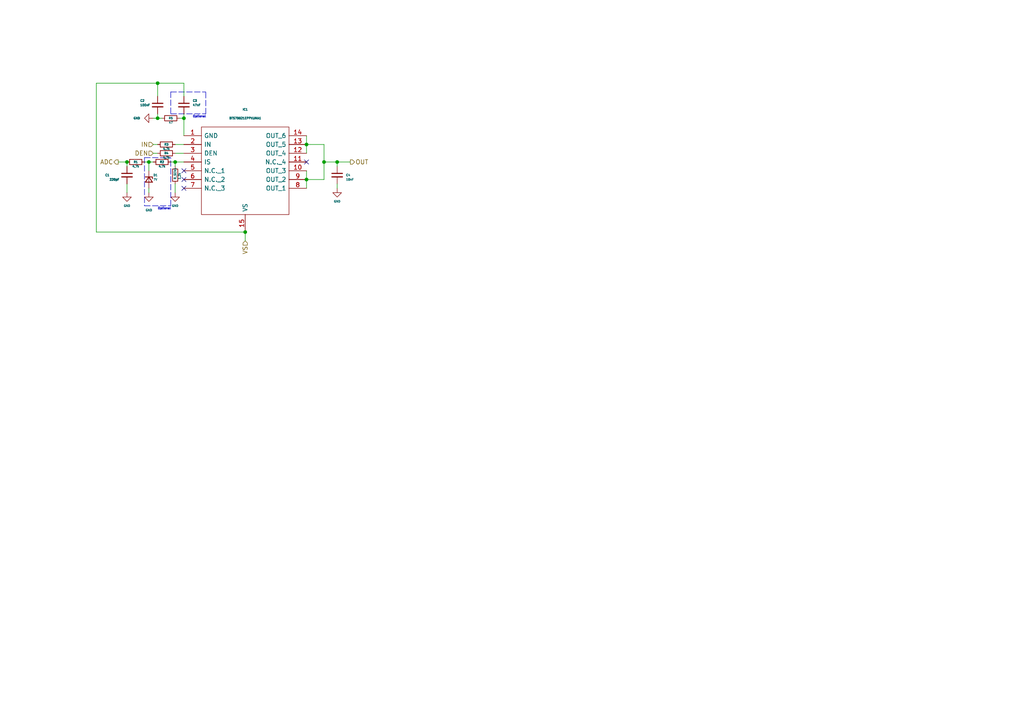
<source format=kicad_sch>
(kicad_sch (version 20211123) (generator eeschema)
  (paper "A4")
  (lib_symbols
    (symbol "Device:C_Small" (pin_numbers hide) (pin_names (offset 0.254) hide)
      (property "Reference" "C" (at 0.254 1.778 0))
      (property "Value" "C_Small" (at 0.254 -2.032 0))
      (symbol "C_Small_0_1"
        (polyline (pts (xy -1.524 -0.508) (xy 1.524 -0.508)) (stroke (width 0.3302)))
        (polyline (pts (xy -1.524 0.508) (xy 1.524 0.508)) (stroke (width 0.3048)))
      )
      (symbol "C_Small_1_1"
        (pin passive line (at 0 2.54 270) (length 2.032) (name "~") (number "1"))
        (pin passive line (at 0 -2.54 90) (length 2.032) (name "~") (number "2"))
      )
    )
    (symbol "Device:D_Zener_Small" (pin_numbers hide) (pin_names (offset 0.254) hide)
      (property "Reference" "D" (at 0 2.286 0))
      (property "Value" "D_Zener_Small" (at 0 -2.286 0))
      (symbol "D_Zener_Small_0_1"
        (polyline (pts (xy 0.762 0) (xy -0.762 0)))
        (polyline (pts (xy -0.254 1.016) (xy -0.762 1.016) (xy -0.762 -1.016)) (stroke (width 0.254)))
        (polyline (pts (xy 0.762 1.016) (xy -0.762 0) (xy 0.762 -1.016) (xy 0.762 1.016)) (stroke (width 0.254)))
      )
      (symbol "D_Zener_Small_1_1"
        (pin passive line (at -2.54 0 0) (length 1.778) (name "K") (number "1"))
        (pin passive line (at 2.54 0 180) (length 1.778) (name "A") (number "2"))
      )
    )
    (symbol "Device:R_Small" (pin_numbers hide) (pin_names (offset 0.254) hide)
      (property "Reference" "R" (at 0.762 0.508 0))
      (property "Value" "R_Small" (at 0.762 -1.016 0))
      (symbol "R_Small_0_1"
        (rectangle (start -0.762 1.778) (end 0.762 -1.778) (stroke (width 0.2032)))
      )
      (symbol "R_Small_1_1"
        (pin passive line (at 0 2.54 270) (length 0.762) (name "~") (number "1"))
        (pin passive line (at 0 -2.54 90) (length 0.762) (name "~") (number "2"))
      )
    )
    (symbol "PDM_additional:BTS70021EPPXUMA1" (pin_names (offset 0.762))
      (property "Reference" "IC" (at 31.75 7.62 0))
      (property "Value" "BTS70021EPPXUMA1" (at 31.75 5.08 0))
      (symbol "BTS70021EPPXUMA1_0_0"
        (pin passive line (at 0 0 0) (length 5.08) (name "GND") (number "1"))
        (pin passive line (at 35.56 -10.16 180) (length 5.08) (name "OUT_3") (number "10"))
        (pin passive line (at 35.56 -7.62 180) (length 5.08) (name "N.C._4") (number "11"))
        (pin passive line (at 35.56 -5.08 180) (length 5.08) (name "OUT_4") (number "12"))
        (pin passive line (at 35.56 -2.54 180) (length 5.08) (name "OUT_5") (number "13"))
        (pin passive line (at 35.56 0 180) (length 5.08) (name "OUT_6") (number "14"))
        (pin passive line (at 17.78 -27.94 90) (length 5.08) (name "VS") (number "15"))
        (pin passive line (at 0 -2.54 0) (length 5.08) (name "IN") (number "2"))
        (pin passive line (at 0 -5.08 0) (length 5.08) (name "DEN") (number "3"))
        (pin passive line (at 0 -7.62 0) (length 5.08) (name "IS") (number "4"))
        (pin passive line (at 0 -10.16 0) (length 5.08) (name "N.C._1") (number "5"))
        (pin passive line (at 0 -12.7 0) (length 5.08) (name "N.C._2") (number "6"))
        (pin passive line (at 0 -15.24 0) (length 5.08) (name "N.C._3") (number "7"))
        (pin passive line (at 35.56 -15.24 180) (length 5.08) (name "OUT_1") (number "8"))
        (pin passive line (at 35.56 -12.7 180) (length 5.08) (name "OUT_2") (number "9"))
      )
      (symbol "BTS70021EPPXUMA1_0_1"
        (polyline (pts (xy 5.08 2.54) (xy 30.48 2.54) (xy 30.48 -22.86) (xy 5.08 -22.86) (xy 5.08 2.54)) (stroke (width 0.1524)))
      )
    )
    (symbol "power:GND" (power) (pin_names (offset 0))
      (property "Value" "GND" (at 0 -3.81 0))
      (symbol "GND_0_1"
        (polyline (pts (xy 0 0) (xy 0 -1.27) (xy 1.27 -1.27) (xy 0 -2.54) (xy -1.27 -1.27) (xy 0 -1.27)))
      )
      (symbol "GND_1_1"
        (pin power_in line (at 0 0 270) (length 0) hide (name "GND") (number "1"))
      )
    )
  )
  (junction (at 36.83 46.99))
  (junction (at 71.12 67.31))
  (junction (at 88.9 52.07))
  (junction (at 97.79 46.99))
  (junction (at 43.18 46.99))
  (junction (at 53.34 34.29))
  (junction (at 45.72 24.13))
  (junction (at 50.8 46.99))
  (junction (at 45.72 34.29))
  (junction (at 93.98 46.99))
  (junction (at 88.9 41.91))
  (no_connect (at 53.34 54.61))
  (no_connect (at 53.34 49.53))
  (no_connect (at 53.34 52.07))
  (no_connect (at 88.9 46.99))
  (wire (pts (xy 93.98 46.99) (xy 93.98 41.91)))
  (wire (pts (xy 53.34 34.29) (xy 52.07 34.29)))
  (wire (pts (xy 88.9 52.07) (xy 93.98 52.07)))
  (wire (pts (xy 44.45 44.45) (xy 45.72 44.45)))
  (wire (pts (xy 50.8 44.45) (xy 53.34 44.45)))
  (wire (pts (xy 41.91 46.99) (xy 43.18 46.99)))
  (wire (pts (xy 88.9 39.37) (xy 88.9 41.91)))
  (polyline (pts (xy 41.91 45.72) (xy 41.91 59.69)))
  (wire (pts (xy 45.72 33.02) (xy 45.72 34.29)))
  (wire (pts (xy 50.8 46.99) (xy 50.8 48.26)))
  (polyline (pts (xy 41.91 45.72) (xy 49.53 45.72)))
  (wire (pts (xy 71.12 67.31) (xy 71.12 69.85)))
  (polyline (pts (xy 49.53 59.69) (xy 49.53 45.72)))
  (wire (pts (xy 43.18 46.99) (xy 44.45 46.99)))
  (wire (pts (xy 93.98 52.07) (xy 93.98 46.99)))
  (wire (pts (xy 49.53 46.99) (xy 50.8 46.99)))
  (wire (pts (xy 43.18 54.61) (xy 43.18 55.88)))
  (wire (pts (xy 27.94 67.31) (xy 27.94 24.13)))
  (wire (pts (xy 36.83 53.34) (xy 36.83 55.88)))
  (wire (pts (xy 53.34 27.94) (xy 53.34 24.13)))
  (wire (pts (xy 88.9 41.91) (xy 88.9 44.45)))
  (wire (pts (xy 71.12 67.31) (xy 27.94 67.31)))
  (polyline (pts (xy 41.91 59.69) (xy 49.53 59.69)))
  (wire (pts (xy 53.34 39.37) (xy 53.34 34.29)))
  (wire (pts (xy 93.98 41.91) (xy 88.9 41.91)))
  (wire (pts (xy 53.34 24.13) (xy 45.72 24.13)))
  (wire (pts (xy 43.18 46.99) (xy 43.18 49.53)))
  (polyline (pts (xy 49.53 26.67) (xy 49.53 33.02)))
  (polyline (pts (xy 49.53 26.67) (xy 59.69 26.67)))
  (wire (pts (xy 44.45 34.29) (xy 45.72 34.29)))
  (wire (pts (xy 97.79 46.99) (xy 101.6 46.99)))
  (polyline (pts (xy 49.53 33.02) (xy 59.69 33.02)))
  (wire (pts (xy 34.29 46.99) (xy 36.83 46.99)))
  (wire (pts (xy 45.72 24.13) (xy 45.72 27.94)))
  (wire (pts (xy 50.8 41.91) (xy 53.34 41.91)))
  (wire (pts (xy 97.79 46.99) (xy 97.79 48.26)))
  (wire (pts (xy 50.8 46.99) (xy 53.34 46.99)))
  (wire (pts (xy 93.98 46.99) (xy 97.79 46.99)))
  (wire (pts (xy 88.9 52.07) (xy 88.9 54.61)))
  (wire (pts (xy 88.9 49.53) (xy 88.9 52.07)))
  (wire (pts (xy 97.79 53.34) (xy 97.79 54.61)))
  (wire (pts (xy 45.72 34.29) (xy 46.99 34.29)))
  (wire (pts (xy 50.8 53.34) (xy 50.8 55.88)))
  (wire (pts (xy 27.94 24.13) (xy 45.72 24.13)))
  (wire (pts (xy 53.34 33.02) (xy 53.34 34.29)))
  (wire (pts (xy 36.83 48.26) (xy 36.83 46.99)))
  (polyline (pts (xy 59.69 33.02) (xy 59.69 26.67)))
  (wire (pts (xy 44.45 41.91) (xy 45.72 41.91)))
  (text "Optional" (at 45.72 60.96 0) (effects (font (size 0.6 0.6)) (justify left bottom)))
  (text "Optional" (at 55.88 34.29 0) (effects (font (size 0.6 0.6)) (justify left bottom)))
  (hierarchical_label "DEN" (shape input) (at 44.45 44.45 180))
  (hierarchical_label "OUT" (shape output) (at 101.6 46.99 0))
  (hierarchical_label "VS" (shape input) (at 71.12 69.85 270))
  (hierarchical_label "IN" (shape input) (at 44.45 41.91 180))
  (hierarchical_label "ADC" (shape output) (at 34.29 46.99 180))
  (symbol (lib_id "Device:C_Small") (at 97.79 50.8 0) (unit 1)
    (property "Reference" "C4" (at 100.33 50.8 0) (effects (font (size 0.6 0.6)) (justify left)))
    (property "Value" "10nF" (at 100.33 52.0762 0) (effects (font (size 0.6 0.6)) (justify left)))
    (property "Footprint" "Capacitor_SMD:C_0402_1005Metric" (effects hide))
  )
  (symbol (lib_id "Device:R_Small") (at 48.26 44.45 90) (unit 1)
    (property "Reference" "R4" (at 48.26 44.45 90) (effects (font (size 0.6 0.6))))
    (property "Value" "4.7k" (at 48.26 45.72 90) (effects (font (size 0.6 0.6))))
    (property "Footprint" "Resistor_SMD:R_0402_1005Metric" (effects hide))
  )
  (symbol (lib_id "Device:D_Zener_Small") (at 43.18 52.07 270) (unit 1)
    (property "Reference" "D1" (at 44.45 50.8 90) (effects (font (size 0.6 0.6)) (justify left)))
    (property "Value" "7V" (at 44.45 52.07 90) (effects (font (size 0.6 0.6)) (justify left)))
    (property "Footprint" "Diode_SMD:D_0805_2012Metric" (effects hide))
  )
  (symbol (lib_id "power:GND") (at 44.45 34.29 270) (unit 1)
    (property "Reference" "#PWR03" (effects hide))
    (property "Value" "GND" (at 40.64 34.2899 90) (effects (font (size 0.6 0.6)) (justify right)))
  )
  (symbol (lib_id "Device:R_Small") (at 39.37 46.99 270) (unit 1)
    (property "Reference" "R1" (at 39.37 46.99 90) (effects (font (size 0.6 0.6))))
    (property "Value" "4,7k" (at 39.37 48.26 90) (effects (font (size 0.6 0.6))))
    (property "Footprint" "Resistor_SMD:R_0402_1005Metric" (effects hide))
  )
  (symbol (lib_id "Device:R_Small") (at 50.8 50.8 0) (unit 1)
    (property "Reference" "R_SEN1" (at 50.8 52.07 90) (effects (font (size 0.6 0.6)) (justify left)))
    (property "Value" "1.2k" (at 52.07 52.07 90) (effects (font (size 0.6 0.6)) (justify left)))
    (property "Footprint" "Resistor_SMD:R_0402_1005Metric" (effects hide))
  )
  (symbol (lib_id "Device:C_Small") (at 45.72 30.48 0) (unit 1)
    (property "Reference" "C2" (at 40.64 29.21 0) (effects (font (size 0.6 0.6)) (justify left)))
    (property "Value" "100nF" (at 40.64 30.48 0) (effects (font (size 0.6 0.6)) (justify left)))
    (property "Footprint" "Capacitor_SMD:C_0805_2012Metric" (effects hide))
  )
  (symbol (lib_id "power:GND") (at 43.18 55.88 0) (unit 1)
    (property "Reference" "#PWR02" (effects hide))
    (property "Value" "GND" (at 43.18 60.96 0) (effects (font (size 0.6 0.6))))
  )
  (symbol (lib_id "PDM_additional:BTS70021EPPXUMA1") (at 53.34 39.37 0) (unit 1)
    (property "Reference" "IC1" (at 71.12 31.75 0) (effects (font (size 0.6 0.6))))
    (property "Value" "BTS70021EPPXUMA1" (at 71.12 34.29 0) (effects (font (size 0.6 0.6))))
    (property "Footprint" "PDM_Additional:SOP65P600X115-15N" (effects hide))
    (property "Datasheet" "https://datasheet.datasheetarchive.com/originals/distributors/Datasheets_SAMA/17c904b4a086355fda7a094a57b340b7.pdf" (effects hide))
    (property "Description" "INFINEON - BTS70021EPPXUMA1 - Power Load Distribution Switch AEC-Q100, High Side, Active High, 13.5V, 133A, 2.6mohm, TSDSO-14" (effects hide))
    (property "Height" "1.15" (effects hide))
    (property "Manufacturer_Name" "Infineon" (effects hide))
    (property "Manufacturer_Part_Number" "BTS70021EPPXUMA1" (effects hide))
    (property "Mouser Part Number" "726-BTS70021EPPXUMA1" (effects hide))
    (property "Mouser Price/Stock" "https://www.mouser.co.uk/ProductDetail/Infineon-Technologies/BTS70021EPPXUMA1?qs=qSfuJ%252Bfl%2Fd4cKoHb1mP5aw%3D%3D" (effects hide))
    (property "Arrow Part Number" "BTS70021EPPXUMA1" (effects hide))
    (property "Arrow Price/Stock" "https://www.arrow.com/en/products/bts70021eppxuma1/infineon-technologies-ag?region=nac" (effects hide))
  )
  (symbol (lib_id "Device:C_Small") (at 53.34 30.48 0) (unit 1)
    (property "Reference" "C3" (at 55.88 29.21 0) (effects (font (size 0.6 0.6)) (justify left)))
    (property "Value" "47nF" (at 55.88 30.48 0) (effects (font (size 0.6 0.6)) (justify left)))
    (property "Footprint" "Capacitor_SMD:C_0402_1005Metric" (effects hide))
  )
  (symbol (lib_id "Device:R_Small") (at 48.26 41.91 90) (unit 1)
    (property "Reference" "R3" (at 48.26 41.91 90) (effects (font (size 0.6 0.6))))
    (property "Value" "4.7k" (at 48.26 43.18 90) (effects (font (size 0.6 0.6))))
    (property "Footprint" "Resistor_SMD:R_0402_1005Metric" (effects hide))
  )
  (symbol (lib_id "power:GND") (at 97.79 54.61 0) (unit 1)
    (property "Reference" "#PWR05" (effects hide))
    (property "Value" "GND" (at 97.79 58.42 0) (effects (font (size 0.6 0.6))))
  )
  (symbol (lib_id "Device:R_Small") (at 49.53 34.29 90) (unit 1)
    (property "Reference" "R5" (at 49.53 34.29 90) (effects (font (size 0.6 0.6))))
    (property "Value" "47" (at 49.53 35.56 90) (effects (font (size 0.6 0.6))))
    (property "Footprint" "Resistor_SMD:R_0402_1005Metric" (effects hide))
  )
  (symbol (lib_id "power:GND") (at 50.8 55.88 0) (unit 1)
    (property "Reference" "#PWR04" (effects hide))
    (property "Value" "GND" (at 50.8 59.69 0) (effects (font (size 0.6 0.6))))
  )
  (symbol (lib_id "Device:C_Small") (at 36.83 50.8 0) (unit 1)
    (property "Reference" "C1" (at 30.48 50.8 0) (effects (font (size 0.6 0.6)) (justify left)))
    (property "Value" "220pF" (at 31.75 52.07 0) (effects (font (size 0.6 0.6)) (justify left)))
    (property "Footprint" "Capacitor_SMD:C_0402_1005Metric" (effects hide))
  )
  (symbol (lib_id "power:GND") (at 36.83 55.88 0) (unit 1)
    (property "Reference" "#PWR01" (effects hide))
    (property "Value" "GND" (at 36.83 59.69 0) (effects (font (size 0.6 0.6))))
  )
  (symbol (lib_id "Device:R_Small") (at 46.99 46.99 90) (unit 1)
    (property "Reference" "R2" (at 46.99 46.99 90) (effects (font (size 0.6 0.6))))
    (property "Value" "4.7k" (at 46.99 48.26 90) (effects (font (size 0.6 0.6))))
    (property "Footprint" "Resistor_SMD:R_0402_1005Metric" (effects hide))
  )
)
</source>
